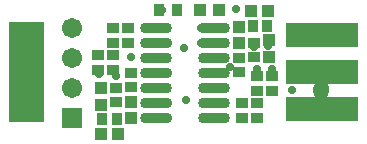
<source format=gts>
G04*
G04 #@! TF.GenerationSoftware,Altium Limited,Altium Designer,22.9.1 (49)*
G04*
G04 Layer_Color=8388736*
%FSLAX25Y25*%
%MOIN*%
G70*
G04*
G04 #@! TF.SameCoordinates,D6CDF33A-5527-4A7C-ACAA-F1F7B6BCBC96*
G04*
G04*
G04 #@! TF.FilePolarity,Negative*
G04*
G01*
G75*
%ADD15C,0.00394*%
%ADD16C,0.01181*%
%ADD23C,0.00500*%
%ADD24R,0.04147X0.03753*%
%ADD25O,0.10642X0.03556*%
%ADD26R,0.04343X0.03950*%
%ADD27R,0.03950X0.04343*%
%ADD28R,0.24422X0.08280*%
%ADD29R,0.03753X0.04147*%
%ADD30R,0.03950X0.03950*%
%ADD31R,0.03556X0.04343*%
%ADD32C,0.06706*%
%ADD33R,0.06706X0.06706*%
%ADD34C,0.02769*%
G36*
X51181Y37402D02*
X39370D01*
Y70866D01*
X51181D01*
Y37402D01*
D02*
G37*
G36*
X142374Y51146D02*
X141133Y49568D01*
Y46493D01*
X142480Y45146D01*
X144480D01*
X145783Y46449D01*
X145859Y49529D01*
X144587Y51146D01*
X142374D01*
D02*
G37*
D15*
X143480Y50277D02*
D03*
D16*
X143500Y47500D02*
D03*
D23*
X145828Y48906D02*
G03*
X141133Y48906I-2348J-111D01*
G01*
Y47635D02*
G03*
X145828Y47635I2348J-137D01*
G01*
Y48906D01*
X141133Y47635D02*
Y48906D01*
D24*
X74154Y63965D02*
D03*
Y68886D02*
D03*
X80000Y53961D02*
D03*
Y49039D02*
D03*
X75000Y48961D02*
D03*
Y44039D02*
D03*
X116000Y58961D02*
D03*
Y54039D02*
D03*
X121000Y63961D02*
D03*
Y59039D02*
D03*
X122153Y43886D02*
D03*
Y38965D02*
D03*
Y52886D02*
D03*
Y47965D02*
D03*
X117154Y38965D02*
D03*
Y43886D02*
D03*
X127154Y52886D02*
D03*
Y47965D02*
D03*
X74154Y55004D02*
D03*
Y59926D02*
D03*
X69153Y54965D02*
D03*
Y59886D02*
D03*
X79154Y68886D02*
D03*
Y63965D02*
D03*
D25*
X107653Y38925D02*
D03*
Y43925D02*
D03*
Y48926D02*
D03*
Y53926D02*
D03*
Y58925D02*
D03*
Y63925D02*
D03*
Y68925D02*
D03*
X88362Y38925D02*
D03*
Y43925D02*
D03*
Y48926D02*
D03*
Y53926D02*
D03*
Y58925D02*
D03*
Y63925D02*
D03*
Y68925D02*
D03*
D26*
X116000Y63744D02*
D03*
Y69256D02*
D03*
X80000Y44256D02*
D03*
Y38744D02*
D03*
X70000Y43244D02*
D03*
Y48756D02*
D03*
X126000Y64756D02*
D03*
Y59244D02*
D03*
D27*
X70244Y33500D02*
D03*
X75756D02*
D03*
X125756Y74500D02*
D03*
X120244D02*
D03*
D28*
X143701Y66437D02*
D03*
Y41831D02*
D03*
Y54134D02*
D03*
D29*
X120693Y69425D02*
D03*
X125614D02*
D03*
X75461Y38500D02*
D03*
X70539D02*
D03*
D30*
X109449Y74803D02*
D03*
X103150D02*
D03*
D31*
X95472Y74803D02*
D03*
X89567D02*
D03*
D32*
X60500Y69000D02*
D03*
Y59000D02*
D03*
Y49000D02*
D03*
D33*
Y39000D02*
D03*
D34*
X122047Y55118D02*
D03*
X126969D02*
D03*
X113066Y55952D02*
D03*
X90551Y74803D02*
D03*
X98405Y44752D02*
D03*
X97669Y62087D02*
D03*
X125674Y63000D02*
D03*
X115150Y75283D02*
D03*
X133858Y48228D02*
D03*
X80122Y59295D02*
D03*
X92500Y44000D02*
D03*
X103500Y69000D02*
D03*
Y63953D02*
D03*
X92500Y54000D02*
D03*
X69500Y53500D02*
D03*
X92500Y39000D02*
D03*
X121000Y62500D02*
D03*
X92500Y64000D02*
D03*
X143701Y54134D02*
D03*
X75000Y53000D02*
D03*
M02*

</source>
